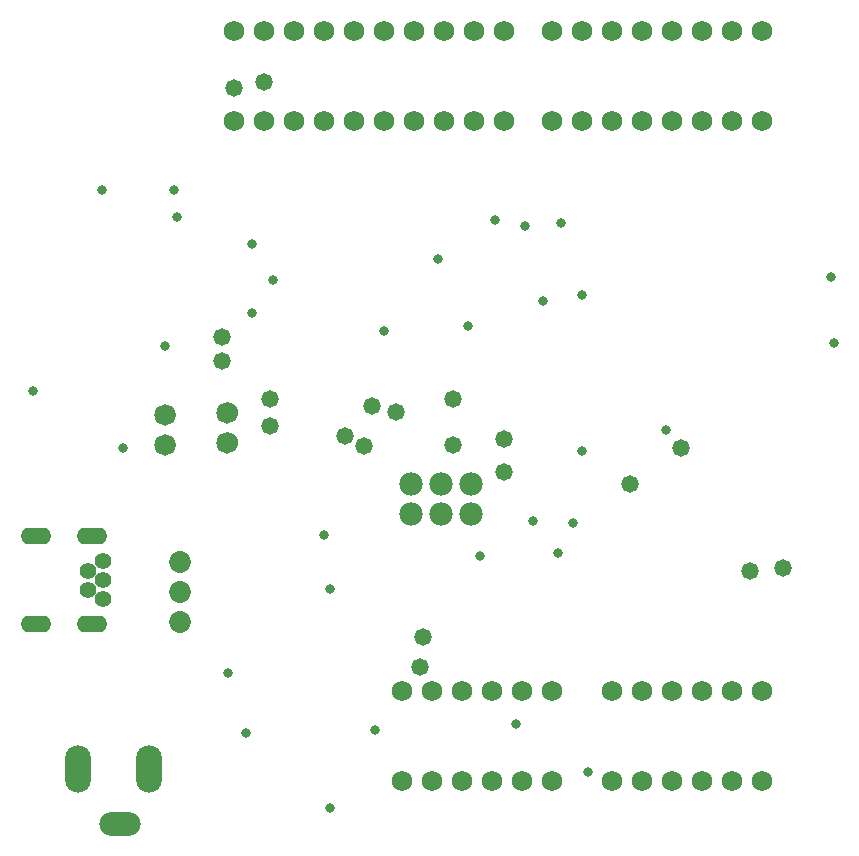
<source format=gbs>
G04*
G04 #@! TF.GenerationSoftware,Altium Limited,Altium Designer,23.9.2 (47)*
G04*
G04 Layer_Color=16711935*
%FSLAX44Y44*%
%MOMM*%
G71*
G04*
G04 #@! TF.SameCoordinates,6B7264D5-F0A4-4F38-8353-537565517FE9*
G04*
G04*
G04 #@! TF.FilePolarity,Negative*
G04*
G01*
G75*
%ADD29C,0.0000*%
%ADD40C,1.9812*%
%ADD41C,1.7272*%
%ADD42C,1.8232*%
%ADD43C,1.8532*%
%ADD44O,2.6032X1.4032*%
%ADD45C,1.4032*%
%ADD46O,2.2032X4.0032*%
%ADD47O,3.5032X2.0032*%
%ADD48C,0.8382*%
%ADD49C,1.4732*%
D29*
X216256Y337185D02*
G03*
X216256Y337185I-8611J0D01*
G01*
Y362585D02*
G03*
X216256Y362585I-8611J0D01*
G01*
X163551Y335280D02*
G03*
X163551Y335280I-8611J0D01*
G01*
Y360680D02*
G03*
X163551Y360680I-8611J0D01*
G01*
D40*
X414020Y302260D02*
D03*
Y276860D02*
D03*
X388620Y302260D02*
D03*
Y276860D02*
D03*
X363220Y302260D02*
D03*
Y276860D02*
D03*
D41*
X558800Y127000D02*
D03*
X533400D02*
D03*
X584200D02*
D03*
X609600D02*
D03*
X635000D02*
D03*
X660400D02*
D03*
Y609600D02*
D03*
X635000D02*
D03*
X609600D02*
D03*
X584200D02*
D03*
X558800D02*
D03*
X533400D02*
D03*
X508000D02*
D03*
X482600D02*
D03*
Y685800D02*
D03*
X508000D02*
D03*
X533400D02*
D03*
X558800D02*
D03*
X584200D02*
D03*
X609600D02*
D03*
X635000D02*
D03*
X660400D02*
D03*
X213360D02*
D03*
X238760D02*
D03*
X264160D02*
D03*
X289560D02*
D03*
X314960D02*
D03*
X340360D02*
D03*
X365760D02*
D03*
X391160D02*
D03*
X416560D02*
D03*
X441960D02*
D03*
X213360Y609600D02*
D03*
X238760D02*
D03*
X264160D02*
D03*
X289560D02*
D03*
X314960D02*
D03*
X340360D02*
D03*
X365760D02*
D03*
X391160D02*
D03*
X416560D02*
D03*
X441960D02*
D03*
X457200Y127000D02*
D03*
X482600D02*
D03*
X431800D02*
D03*
X406400D02*
D03*
X381000D02*
D03*
X355600D02*
D03*
X558800Y50800D02*
D03*
X533400D02*
D03*
X584200D02*
D03*
X609600D02*
D03*
X635000D02*
D03*
X660400D02*
D03*
X381000D02*
D03*
X355600D02*
D03*
X406400D02*
D03*
X431800D02*
D03*
X457200D02*
D03*
X482600D02*
D03*
D42*
X207645Y337185D02*
D03*
Y362585D02*
D03*
X154940Y335280D02*
D03*
Y360680D02*
D03*
D43*
X167640Y185420D02*
D03*
Y210820D02*
D03*
Y236220D02*
D03*
D44*
X45402Y183780D02*
D03*
X92901D02*
D03*
Y258180D02*
D03*
X45402D02*
D03*
D45*
X101918Y236780D02*
D03*
X89881Y228782D02*
D03*
Y212782D02*
D03*
X101918Y220781D02*
D03*
Y204781D02*
D03*
D46*
X141280Y60960D02*
D03*
X81280D02*
D03*
D47*
X116280Y14460D02*
D03*
D48*
X421640Y241300D02*
D03*
X487680Y243840D02*
D03*
X513080Y58420D02*
D03*
X332740Y93980D02*
D03*
X452120Y99060D02*
D03*
X340360Y431800D02*
D03*
X434340Y525780D02*
D03*
X294640Y213360D02*
D03*
X466076Y270524D02*
D03*
X718820Y477520D02*
D03*
X721360Y421640D02*
D03*
X411480Y436245D02*
D03*
X246380Y474980D02*
D03*
X508000Y330200D02*
D03*
X579120Y347980D02*
D03*
X474980Y457200D02*
D03*
X43180Y381000D02*
D03*
X101600Y551180D02*
D03*
X154940Y419100D02*
D03*
X508000Y462280D02*
D03*
X228600Y447040D02*
D03*
X208280Y142240D02*
D03*
X289560Y259080D02*
D03*
X119380Y332740D02*
D03*
X162560Y551180D02*
D03*
X165100Y528320D02*
D03*
X228600Y505460D02*
D03*
X386080Y492760D02*
D03*
X459740Y520700D02*
D03*
X490220Y523240D02*
D03*
X500380Y269240D02*
D03*
X223520Y91440D02*
D03*
X294640Y27940D02*
D03*
D49*
X373380Y172720D02*
D03*
X370840Y147320D02*
D03*
X307340Y342900D02*
D03*
X323504Y334356D02*
D03*
X329982Y368082D02*
D03*
X398780Y335280D02*
D03*
Y374124D02*
D03*
X441960Y340360D02*
D03*
X350520Y363220D02*
D03*
X441960Y312420D02*
D03*
X238760Y642620D02*
D03*
X213360Y637610D02*
D03*
X678180Y231140D02*
D03*
X650240Y228600D02*
D03*
X591820Y332740D02*
D03*
X548640Y302260D02*
D03*
X243840Y351155D02*
D03*
Y374015D02*
D03*
X203200Y406400D02*
D03*
Y426720D02*
D03*
M02*

</source>
